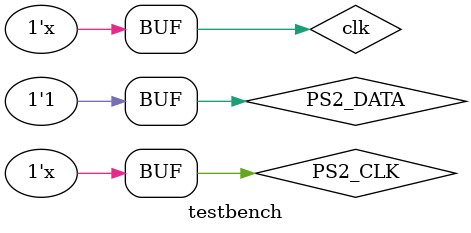
<source format=v>
`timescale 1ns / 1ps
module testbench();

reg clk;
wire [3:0] switch;
wire hsync,vsync;
wire [2:0] rgb;
reg PS2_CLK;
reg PS2_DATA;
always #10 clk = ~clk;
always #15 PS2_CLK = ~PS2_CLK;
top2 test(.clk_old(clk), .PS2_CLK(PS2_CLK), .PS2_DATA(PS2_DATA),.hsync(hsync),.vsync(vsync),.rgb(rgb)/*,.code(code),.switch1(switch)*/);
initial begin
clk = 0;
PS2_CLK=0;
PS2_DATA=1;
//-------------------
#45//0
PS2_DATA=0;
#30//1
PS2_DATA=0;
#30//2
PS2_DATA=1;
#30//3
PS2_DATA=1;
#30//4
PS2_DATA=1;
#30//5
PS2_DATA=0;
#30//6
PS2_DATA=1;
#30//7
PS2_DATA=0;
#30//8
PS2_DATA=0;
#30//9
PS2_DATA=1;
#30//10
PS2_DATA=1;
#30//11
PS2_DATA=1;
//--------------------
#45//0
PS2_DATA=0;
#30//1
PS2_DATA=1;
#30//2
PS2_DATA=0;
#30//3
PS2_DATA=0;
#30//4
PS2_DATA=1;
#30//5
PS2_DATA=0;
#30//6
PS2_DATA=1;
#30//7
PS2_DATA=0;
#30//8
PS2_DATA=0;
#30//9
PS2_DATA=1;
#30//10
PS2_DATA=1;
#30//11
PS2_DATA=1;
//--------------------
#45//0
PS2_DATA=0;
#30//1
PS2_DATA=1;
#30//2
PS2_DATA=0;
#30//3
PS2_DATA=0;
#30//4
PS2_DATA=1;
#30//5
PS2_DATA=0;
#30//6
PS2_DATA=1;
#30//7
PS2_DATA=0;
#30//8
PS2_DATA=0;
#30//9
PS2_DATA=1;
#30//10
PS2_DATA=1;
#30//11
PS2_DATA=1;
//--------------------
#45//0
PS2_DATA=0;
#30//1
PS2_DATA=1;
#30//2
PS2_DATA=0;
#30//3
PS2_DATA=0;
#30//4
PS2_DATA=1;
#30//5
PS2_DATA=0;
#30//6
PS2_DATA=1;
#30//7
PS2_DATA=0;
#30//8
PS2_DATA=0;
#30//9
PS2_DATA=1;
#30//10
PS2_DATA=1;
#30//11
PS2_DATA=1;
//--------------------
#45//0
PS2_DATA=0;
#30//1
PS2_DATA=1;
#30//2
PS2_DATA=0;
#30//3
PS2_DATA=0;
#30//4
PS2_DATA=1;
#30//5
PS2_DATA=0;
#30//6
PS2_DATA=1;
#30//7
PS2_DATA=0;
#30//8
PS2_DATA=0;
#30//9
PS2_DATA=1;
#30//10
PS2_DATA=1;
#30//11
PS2_DATA=1;
//--------------------
#45//0
PS2_DATA=0;
#30//1
PS2_DATA=1;
#30//2
PS2_DATA=0;
#30//3
PS2_DATA=0;
#30//4
PS2_DATA=1;
#30//5
PS2_DATA=0;
#30//6
PS2_DATA=1;
#30//7
PS2_DATA=0;
#30//8
PS2_DATA=0;
#30//9
PS2_DATA=1;
#30//10
PS2_DATA=1;
#30//11
PS2_DATA=1;
//--------------------
#45//0
PS2_DATA=0;
#30//1
PS2_DATA=1;
#30//2
PS2_DATA=0;
#30//3
PS2_DATA=0;
#30//4
PS2_DATA=1;
#30//5
PS2_DATA=0;
#30//6
PS2_DATA=1;
#30//7
PS2_DATA=0;
#30//8
PS2_DATA=0;
#30//9
PS2_DATA=1;
#30//10
PS2_DATA=1;
#30//11
PS2_DATA=1;
//--------------------
#45//0
PS2_DATA=0;
#30//1
PS2_DATA=1;
#30//2
PS2_DATA=0;
#30//3
PS2_DATA=0;
#30//4
PS2_DATA=1;
#30//5
PS2_DATA=0;
#30//6
PS2_DATA=1;
#30//7
PS2_DATA=0;
#30//8
PS2_DATA=0;
#30//9
PS2_DATA=1;
#30//10
PS2_DATA=1;
#30//11
PS2_DATA=1;
//--------------------
#45//0
PS2_DATA=0;
#30//1
PS2_DATA=1;
#30//2
PS2_DATA=0;
#30//3
PS2_DATA=0;
#30//4
PS2_DATA=1;
#30//5
PS2_DATA=0;
#30//6
PS2_DATA=1;
#30//7
PS2_DATA=0;
#30//8
PS2_DATA=0;
#30//9
PS2_DATA=1;
#30//10
PS2_DATA=1;
#30//11
PS2_DATA=1;
//--------------------
#45//0
PS2_DATA=0;
#30//1
PS2_DATA=1;
#30//2
PS2_DATA=0;
#30//3
PS2_DATA=0;
#30//4
PS2_DATA=1;
#30//5
PS2_DATA=0;
#30//6
PS2_DATA=1;
#30//7
PS2_DATA=0;
#30//8
PS2_DATA=0;
#30//9
PS2_DATA=1;
#30//10
PS2_DATA=1;
#30//11
PS2_DATA=1;
//--------------------
#45//0
PS2_DATA=0;
#30//1
PS2_DATA=1;
#30//2
PS2_DATA=0;
#30//3
PS2_DATA=0;
#30//4
PS2_DATA=1;
#30//5
PS2_DATA=0;
#30//6
PS2_DATA=1;
#30//7
PS2_DATA=0;
#30//8
PS2_DATA=0;
#30//9
PS2_DATA=1;
#30//10
PS2_DATA=1;
#30//11
PS2_DATA=1;
//--------------------
#45//0
PS2_DATA=0;
#30//1
PS2_DATA=1;
#30//2
PS2_DATA=0;
#30//3
PS2_DATA=0;
#30//4
PS2_DATA=1;
#30//5
PS2_DATA=0;
#30//6
PS2_DATA=1;
#30//7
PS2_DATA=0;
#30//8
PS2_DATA=0;
#30//9
PS2_DATA=1;
#30//10
PS2_DATA=1;
#30//11
PS2_DATA=1;
//--------------------
#45//0
PS2_DATA=0;
#30//1
PS2_DATA=1;
#30//2
PS2_DATA=0;
#30//3
PS2_DATA=0;
#30//4
PS2_DATA=1;
#30//5
PS2_DATA=0;
#30//6
PS2_DATA=1;
#30//7
PS2_DATA=0;
#30//8
PS2_DATA=0;
#30//9
PS2_DATA=1;
#30//10
PS2_DATA=1;
#30//11
PS2_DATA=1;
/*
#45//0
PS2_DATA=0;
#30//1
PS2_DATA=1;
#30//2
PS2_DATA=0;
#30//3
PS2_DATA=1;
#30//4
PS2_DATA=1;
#30//5
PS2_DATA=1;
#30//6
PS2_DATA=1;
#30//7
PS2_DATA=0;
#30//8
PS2_DATA=0;
#30//9
PS2_DATA=1;
#30//10
PS2_DATA=1;
#30//11
PS2_DATA=1;
#45//0
PS2_DATA=0;
#30//1
PS2_DATA=1;
#30//2
PS2_DATA=0;
#30//3
PS2_DATA=0;
#30//4
PS2_DATA=1;
#30//5
PS2_DATA=0;
#30//6
PS2_DATA=1;
#30//7
PS2_DATA=0;
#30//8
PS2_DATA=0;
#30//9
PS2_DATA=1;
#30//10
PS2_DATA=1;
#30//11
PS2_DATA=1;
*/
end

endmodule

</source>
